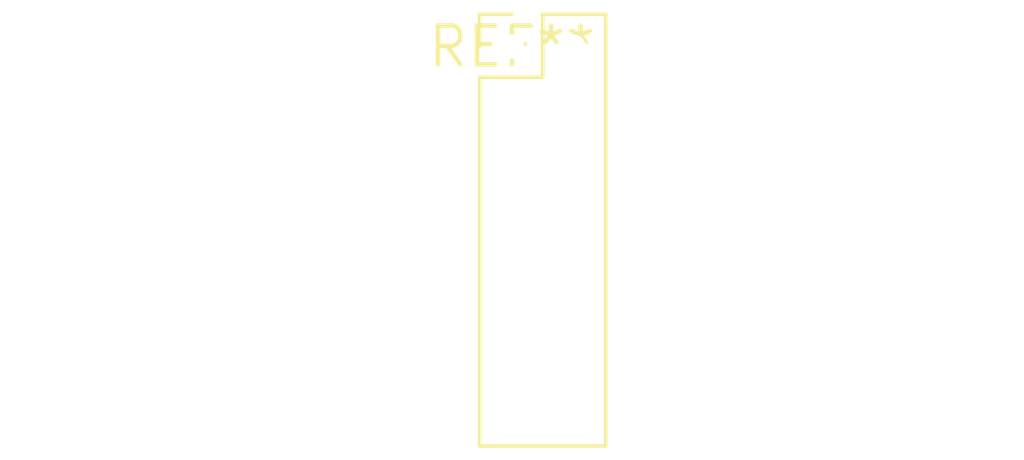
<source format=kicad_pcb>
(kicad_pcb (version 20240108) (generator pcbnew)
  (layers (0 "F.Cu" signal) (31 "B.Cu" signal) (34 "B.Paste" user) (35 "F.Paste" user) (36 "B.SilkS" user "B.Silkscreen") (37 "F.SilkS" user "F.Silkscreen") (38 "B.Mask" user) (39 "F.Mask" user) (44 "Edge.Cuts" user))
  (net 0 "")
  (footprint "PinHeader_2x07_P2.00mm_Vertical" (layer "F.Cu") (at 0 0)
    (property "Reference" "REF**")
    (property "Value" "PinHeader_2x07_P2.00mm_Vertical")
    (fp_line (start -1.06 -1.06) (end 0 -1.06) (layer "F.SilkS") (stroke (width 0.12)))
    (fp_line (start -1.06 0) (end -1.06 -1.06) (layer "F.SilkS") (stroke (width 0.12)))
    (fp_line (start -1.06 1) (end -1.06 13.06) (layer "F.SilkS") (stroke (width 0.12)))
    (fp_line (start -1.06 1) (end 1 1) (layer "F.SilkS") (stroke (width 0.12)))
    (fp_line (start -1.06 13.06) (end 3.06 13.06) (layer "F.SilkS") (stroke (width 0.12)))
    (fp_line (start 1 -1.06) (end 3.06 -1.06) (layer "F.SilkS") (stroke (width 0.12)))
    (fp_line (start 1 1) (end 1 -1.06) (layer "F.SilkS") (stroke (width 0.12)))
    (fp_line (start 3.06 -1.06) (end 3.06 13.06) (layer "F.SilkS") (stroke (width 0.12)))
    (pad "1" thru_hole rect (at 0 0) (size 1.35 1.35) (drill 0.8) (layers *.Cu *.Mask) (remove_unused_layers))
    (pad "2" thru_hole oval (at 2 0) (size 1.35 1.35) (drill 0.8) (layers *.Cu *.Mask) (remove_unused_layers))
    (pad "3" thru_hole oval (at 0 2) (size 1.35 1.35) (drill 0.8) (layers *.Cu *.Mask) (remove_unused_layers))
    (pad "4" thru_hole oval (at 2 2) (size 1.35 1.35) (drill 0.8) (layers *.Cu *.Mask) (remove_unused_layers))
    (pad "5" thru_hole oval (at 0 4) (size 1.35 1.35) (drill 0.8) (layers *.Cu *.Mask) (remove_unused_layers))
    (pad "6" thru_hole oval (at 2 4) (size 1.35 1.35) (drill 0.8) (layers *.Cu *.Mask) (remove_unused_layers))
    (pad "7" thru_hole oval (at 0 6) (size 1.35 1.35) (drill 0.8) (layers *.Cu *.Mask) (remove_unused_layers))
    (pad "8" thru_hole oval (at 2 6) (size 1.35 1.35) (drill 0.8) (layers *.Cu *.Mask) (remove_unused_layers))
    (pad "9" thru_hole oval (at 0 8) (size 1.35 1.35) (drill 0.8) (layers *.Cu *.Mask) (remove_unused_layers))
    (pad "10" thru_hole oval (at 2 8) (size 1.35 1.35) (drill 0.8) (layers *.Cu *.Mask) (remove_unused_layers))
    (pad "11" thru_hole oval (at 0 10) (size 1.35 1.35) (drill 0.8) (layers *.Cu *.Mask) (remove_unused_layers))
    (pad "12" thru_hole oval (at 2 10) (size 1.35 1.35) (drill 0.8) (layers *.Cu *.Mask) (remove_unused_layers))
    (pad "13" thru_hole oval (at 0 12) (size 1.35 1.35) (drill 0.8) (layers *.Cu *.Mask) (remove_unused_layers))
    (pad "14" thru_hole oval (at 2 12) (size 1.35 1.35) (drill 0.8) (layers *.Cu *.Mask) (remove_unused_layers))
  )
)
</source>
